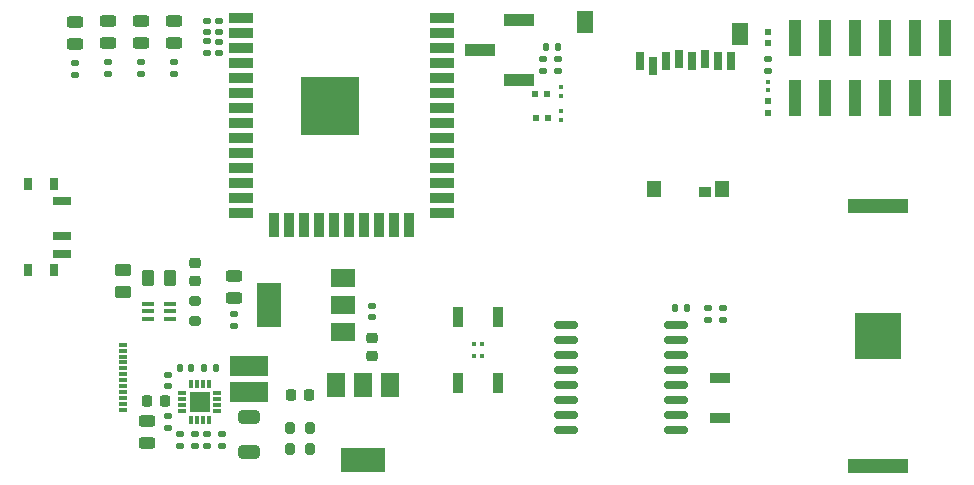
<source format=gbr>
%TF.GenerationSoftware,KiCad,Pcbnew,(6.0.2-0)*%
%TF.CreationDate,2022-09-10T16:34:37-06:00*%
%TF.ProjectId,Sensor Data Logger,53656e73-6f72-4204-9461-7461204c6f67,rev?*%
%TF.SameCoordinates,Original*%
%TF.FileFunction,Paste,Top*%
%TF.FilePolarity,Positive*%
%FSLAX46Y46*%
G04 Gerber Fmt 4.6, Leading zero omitted, Abs format (unit mm)*
G04 Created by KiCad (PCBNEW (6.0.2-0)) date 2022-09-10 16:34:37*
%MOMM*%
%LPD*%
G01*
G04 APERTURE LIST*
G04 Aperture macros list*
%AMRoundRect*
0 Rectangle with rounded corners*
0 $1 Rounding radius*
0 $2 $3 $4 $5 $6 $7 $8 $9 X,Y pos of 4 corners*
0 Add a 4 corners polygon primitive as box body*
4,1,4,$2,$3,$4,$5,$6,$7,$8,$9,$2,$3,0*
0 Add four circle primitives for the rounded corners*
1,1,$1+$1,$2,$3*
1,1,$1+$1,$4,$5*
1,1,$1+$1,$6,$7*
1,1,$1+$1,$8,$9*
0 Add four rect primitives between the rounded corners*
20,1,$1+$1,$2,$3,$4,$5,0*
20,1,$1+$1,$4,$5,$6,$7,0*
20,1,$1+$1,$6,$7,$8,$9,0*
20,1,$1+$1,$8,$9,$2,$3,0*%
G04 Aperture macros list end*
%ADD10RoundRect,0.200000X0.275000X-0.200000X0.275000X0.200000X-0.275000X0.200000X-0.275000X-0.200000X0*%
%ADD11R,0.500000X0.600000*%
%ADD12RoundRect,0.225000X0.250000X-0.225000X0.250000X0.225000X-0.250000X0.225000X-0.250000X-0.225000X0*%
%ADD13RoundRect,0.135000X0.185000X-0.135000X0.185000X0.135000X-0.185000X0.135000X-0.185000X-0.135000X0*%
%ADD14R,2.000000X1.500000*%
%ADD15R,2.000000X3.800000*%
%ADD16RoundRect,0.079500X-0.100500X0.079500X-0.100500X-0.079500X0.100500X-0.079500X0.100500X0.079500X0*%
%ADD17R,0.600000X0.500000*%
%ADD18RoundRect,0.079500X0.079500X0.100500X-0.079500X0.100500X-0.079500X-0.100500X0.079500X-0.100500X0*%
%ADD19R,0.800000X1.000000*%
%ADD20R,1.500000X0.700000*%
%ADD21RoundRect,0.243750X-0.456250X0.243750X-0.456250X-0.243750X0.456250X-0.243750X0.456250X0.243750X0*%
%ADD22R,1.000000X3.150000*%
%ADD23R,0.900000X1.700000*%
%ADD24RoundRect,0.135000X-0.185000X0.135000X-0.185000X-0.135000X0.185000X-0.135000X0.185000X0.135000X0*%
%ADD25RoundRect,0.140000X-0.170000X0.140000X-0.170000X-0.140000X0.170000X-0.140000X0.170000X0.140000X0*%
%ADD26R,0.700000X0.350000*%
%ADD27RoundRect,0.140000X0.140000X0.170000X-0.140000X0.170000X-0.140000X-0.170000X0.140000X-0.170000X0*%
%ADD28RoundRect,0.140000X0.170000X-0.140000X0.170000X0.140000X-0.170000X0.140000X-0.170000X-0.140000X0*%
%ADD29R,1.300000X1.400000*%
%ADD30R,1.000000X0.950000*%
%ADD31R,1.400000X1.900000*%
%ADD32R,0.800000X1.500000*%
%ADD33RoundRect,0.135000X-0.135000X-0.185000X0.135000X-0.185000X0.135000X0.185000X-0.135000X0.185000X0*%
%ADD34R,5.080000X1.270000*%
%ADD35R,3.960000X3.960000*%
%ADD36RoundRect,0.225000X-0.225000X-0.250000X0.225000X-0.250000X0.225000X0.250000X-0.225000X0.250000X0*%
%ADD37R,1.700000X0.900000*%
%ADD38R,2.000000X0.900000*%
%ADD39R,0.900000X2.000000*%
%ADD40R,5.000000X5.000000*%
%ADD41R,1.050000X0.400000*%
%ADD42RoundRect,0.079500X-0.079500X-0.100500X0.079500X-0.100500X0.079500X0.100500X-0.079500X0.100500X0*%
%ADD43RoundRect,0.250000X-0.262500X-0.450000X0.262500X-0.450000X0.262500X0.450000X-0.262500X0.450000X0*%
%ADD44R,1.500000X2.000000*%
%ADD45R,3.800000X2.000000*%
%ADD46RoundRect,0.243750X0.456250X-0.243750X0.456250X0.243750X-0.456250X0.243750X-0.456250X-0.243750X0*%
%ADD47RoundRect,0.200000X-0.200000X-0.275000X0.200000X-0.275000X0.200000X0.275000X-0.200000X0.275000X0*%
%ADD48R,0.800000X0.300000*%
%ADD49R,0.300000X0.800000*%
%ADD50R,1.760000X1.760000*%
%ADD51RoundRect,0.250000X0.450000X-0.262500X0.450000X0.262500X-0.450000X0.262500X-0.450000X-0.262500X0*%
%ADD52RoundRect,0.250000X-0.650000X0.325000X-0.650000X-0.325000X0.650000X-0.325000X0.650000X0.325000X0*%
%ADD53R,2.510000X1.000000*%
%ADD54RoundRect,0.218750X0.218750X0.256250X-0.218750X0.256250X-0.218750X-0.256250X0.218750X-0.256250X0*%
%ADD55R,3.200000X1.750000*%
%ADD56RoundRect,0.150000X-0.875000X-0.150000X0.875000X-0.150000X0.875000X0.150000X-0.875000X0.150000X0*%
%ADD57RoundRect,0.140000X-0.140000X-0.170000X0.140000X-0.170000X0.140000X0.170000X-0.140000X0.170000X0*%
G04 APERTURE END LIST*
D10*
%TO.C,R18*%
X134620000Y-83375000D03*
X134620000Y-81725000D03*
%TD*%
D11*
%TO.C,D3*%
X183134000Y-65778000D03*
X183134000Y-64778000D03*
%TD*%
D12*
%TO.C,C16*%
X134620000Y-80023000D03*
X134620000Y-78473000D03*
%TD*%
D13*
%TO.C,R1*%
X137922000Y-83820000D03*
X137922000Y-82800000D03*
%TD*%
D14*
%TO.C,U1*%
X147168000Y-84342000D03*
D15*
X140868000Y-82042000D03*
D14*
X147168000Y-82042000D03*
X147168000Y-79742000D03*
%TD*%
D16*
%TO.C,R6*%
X183134000Y-63155000D03*
X183134000Y-63845000D03*
%TD*%
D17*
%TO.C,D5*%
X163522000Y-66228000D03*
X164522000Y-66228000D03*
%TD*%
D18*
%TO.C,C6*%
X158919000Y-85344000D03*
X158229000Y-85344000D03*
%TD*%
D19*
%TO.C,SW4*%
X120490000Y-79088000D03*
X122700000Y-71788000D03*
X122700000Y-79088000D03*
X120490000Y-71788000D03*
D20*
X123350000Y-73188000D03*
X123350000Y-76188000D03*
X123350000Y-77688000D03*
%TD*%
D21*
%TO.C,D10*%
X130048000Y-57990500D03*
X130048000Y-59865500D03*
%TD*%
D13*
%TO.C,R21*%
X127254000Y-62486000D03*
X127254000Y-61466000D03*
%TD*%
%TO.C,R11*%
X132330000Y-92458000D03*
X132330000Y-91438000D03*
%TD*%
D22*
%TO.C,J1*%
X185420000Y-64486000D03*
X185420000Y-59436000D03*
X187960000Y-64486000D03*
X187960000Y-59436000D03*
X190500000Y-64486000D03*
X190500000Y-59436000D03*
X193040000Y-64486000D03*
X193040000Y-59436000D03*
X195580000Y-64486000D03*
X195580000Y-59436000D03*
X198120000Y-64486000D03*
X198120000Y-59436000D03*
%TD*%
D23*
%TO.C,SW2*%
X156929000Y-88591000D03*
X160329000Y-88591000D03*
%TD*%
D11*
%TO.C,D4*%
X183134000Y-59874000D03*
X183134000Y-58874000D03*
%TD*%
D24*
%TO.C,R12*%
X133346000Y-92964000D03*
X133346000Y-93984000D03*
%TD*%
D25*
%TO.C,C9*%
X164084000Y-61214000D03*
X164084000Y-62174000D03*
%TD*%
D13*
%TO.C,R4*%
X179324000Y-83314000D03*
X179324000Y-82294000D03*
%TD*%
D24*
%TO.C,R13*%
X135681500Y-92962000D03*
X135681500Y-93982000D03*
%TD*%
D26*
%TO.C,J6*%
X128512000Y-85388000D03*
X128512000Y-85888000D03*
X128512000Y-86388000D03*
X128512000Y-86888000D03*
X128512000Y-87388000D03*
X128512000Y-87888000D03*
X128512000Y-88388000D03*
X128512000Y-88888000D03*
X128512000Y-89388000D03*
X128512000Y-89888000D03*
X128512000Y-90388000D03*
X128512000Y-90888000D03*
%TD*%
D27*
%TO.C,C8*%
X176276000Y-82296000D03*
X175316000Y-82296000D03*
%TD*%
D28*
%TO.C,C5*%
X135636000Y-58900000D03*
X135636000Y-57940000D03*
%TD*%
D16*
%TO.C,R7*%
X165608000Y-66319000D03*
X165608000Y-65629000D03*
%TD*%
D13*
%TO.C,R23*%
X132842000Y-62486000D03*
X132842000Y-61466000D03*
%TD*%
D29*
%TO.C,J5*%
X179219000Y-72223000D03*
D30*
X177829000Y-72449000D03*
D29*
X173519000Y-72223000D03*
D31*
X180819000Y-59074000D03*
X167669000Y-58074000D03*
D32*
X172329000Y-61363000D03*
X173429000Y-61763000D03*
X174529000Y-61363000D03*
X175629000Y-61163000D03*
X176729000Y-61363000D03*
X177829000Y-61163000D03*
X178929000Y-61363000D03*
X180029000Y-61363000D03*
%TD*%
D33*
%TO.C,R8*%
X164336000Y-60198000D03*
X165356000Y-60198000D03*
%TD*%
D24*
%TO.C,R15*%
X136902000Y-92962000D03*
X136902000Y-93982000D03*
%TD*%
D34*
%TO.C,BT1*%
X192456000Y-73677500D03*
X192456000Y-95647500D03*
D35*
X192456000Y-84662500D03*
%TD*%
D36*
%TO.C,C11*%
X130539000Y-90170000D03*
X132089000Y-90170000D03*
%TD*%
D37*
%TO.C,SW3*%
X179070000Y-91616000D03*
X179070000Y-88216000D03*
%TD*%
D38*
%TO.C,U2*%
X138566000Y-57701000D03*
X138566000Y-58971000D03*
X138566000Y-60241000D03*
X138566000Y-61511000D03*
X138566000Y-62781000D03*
X138566000Y-64051000D03*
X138566000Y-65321000D03*
X138566000Y-66591000D03*
X138566000Y-67861000D03*
X138566000Y-69131000D03*
X138566000Y-70401000D03*
X138566000Y-71671000D03*
X138566000Y-72941000D03*
X138566000Y-74211000D03*
D39*
X141351000Y-75211000D03*
X142621000Y-75211000D03*
X143891000Y-75211000D03*
X145161000Y-75211000D03*
X146431000Y-75211000D03*
X147701000Y-75211000D03*
X148971000Y-75211000D03*
X150241000Y-75211000D03*
X151511000Y-75211000D03*
X152781000Y-75211000D03*
D38*
X155566000Y-74211000D03*
X155566000Y-72941000D03*
X155566000Y-71671000D03*
X155566000Y-70401000D03*
X155566000Y-69131000D03*
X155566000Y-67861000D03*
X155566000Y-66591000D03*
X155566000Y-65321000D03*
X155566000Y-64051000D03*
X155566000Y-62781000D03*
X155566000Y-61511000D03*
X155566000Y-60241000D03*
X155566000Y-58971000D03*
X155566000Y-57701000D03*
D40*
X146066000Y-65201000D03*
%TD*%
D25*
%TO.C,C2*%
X149606000Y-82070000D03*
X149606000Y-83030000D03*
%TD*%
D13*
%TO.C,R3*%
X124460000Y-62566500D03*
X124460000Y-61546500D03*
%TD*%
D41*
%TO.C,Q2*%
X130622000Y-81900000D03*
X130622000Y-82550000D03*
X130622000Y-83200000D03*
X132522000Y-83200000D03*
X132522000Y-82550000D03*
X132522000Y-81900000D03*
%TD*%
D28*
%TO.C,C4*%
X136652000Y-58900000D03*
X136652000Y-57940000D03*
%TD*%
D42*
%TO.C,C7*%
X158932000Y-86305000D03*
X158242000Y-86305000D03*
%TD*%
D17*
%TO.C,D6*%
X163447000Y-64196000D03*
X164447000Y-64196000D03*
%TD*%
D43*
%TO.C,R20*%
X130659500Y-79756000D03*
X132484500Y-79756000D03*
%TD*%
D21*
%TO.C,D9*%
X127254000Y-57990500D03*
X127254000Y-59865500D03*
%TD*%
D44*
%TO.C,Q1*%
X151153750Y-88812000D03*
X148853750Y-88812000D03*
D45*
X148853750Y-95112000D03*
D44*
X146553750Y-88812000D03*
%TD*%
D46*
%TO.C,D7*%
X130552000Y-93726000D03*
X130552000Y-91851000D03*
%TD*%
D47*
%TO.C,R16*%
X142698750Y-92470000D03*
X144348750Y-92470000D03*
%TD*%
D48*
%TO.C,IC1*%
X133540000Y-89483000D03*
X133540000Y-89983000D03*
X133540000Y-90483000D03*
X133540000Y-90983000D03*
D49*
X134290000Y-91733000D03*
X134790000Y-91733000D03*
X135290000Y-91733000D03*
X135790000Y-91733000D03*
D48*
X136540000Y-90983000D03*
X136540000Y-90483000D03*
X136540000Y-89983000D03*
X136540000Y-89483000D03*
D49*
X135790000Y-88733000D03*
X135290000Y-88733000D03*
X134790000Y-88733000D03*
X134290000Y-88733000D03*
D50*
X135040000Y-90233000D03*
%TD*%
D21*
%TO.C,D2*%
X124460000Y-58069000D03*
X124460000Y-59944000D03*
%TD*%
D51*
%TO.C,R19*%
X128524000Y-80922500D03*
X128524000Y-79097500D03*
%TD*%
D21*
%TO.C,D11*%
X132842000Y-57990500D03*
X132842000Y-59865500D03*
%TD*%
D25*
%TO.C,C10*%
X165354000Y-61214000D03*
X165354000Y-62174000D03*
%TD*%
D13*
%TO.C,R22*%
X130048000Y-62486000D03*
X130048000Y-61466000D03*
%TD*%
D52*
%TO.C,C15*%
X139188000Y-91540000D03*
X139188000Y-94490000D03*
%TD*%
D23*
%TO.C,SW1*%
X160274000Y-83058000D03*
X156874000Y-83058000D03*
%TD*%
D13*
%TO.C,R10*%
X183134000Y-62232000D03*
X183134000Y-61212000D03*
%TD*%
D24*
%TO.C,R14*%
X134616000Y-92962000D03*
X134616000Y-93982000D03*
%TD*%
%TO.C,R5*%
X178054000Y-82294000D03*
X178054000Y-83314000D03*
%TD*%
D53*
%TO.C,J4*%
X162060000Y-62992000D03*
X158750000Y-60452000D03*
X162060000Y-57912000D03*
%TD*%
D54*
%TO.C,D8*%
X144311250Y-89662000D03*
X142736250Y-89662000D03*
%TD*%
D27*
%TO.C,C13*%
X134334000Y-87376000D03*
X133374000Y-87376000D03*
%TD*%
D55*
%TO.C,L1*%
X139188000Y-87210000D03*
X139188000Y-89410000D03*
%TD*%
D21*
%TO.C,D1*%
X137922000Y-79580500D03*
X137922000Y-81455500D03*
%TD*%
D47*
%TO.C,R17*%
X142698750Y-94234000D03*
X144348750Y-94234000D03*
%TD*%
D56*
%TO.C,U3*%
X166038000Y-83693000D03*
X166038000Y-84963000D03*
X166038000Y-86233000D03*
X166038000Y-87503000D03*
X166038000Y-88773000D03*
X166038000Y-90043000D03*
X166038000Y-91313000D03*
X166038000Y-92583000D03*
X175338000Y-92583000D03*
X175338000Y-91313000D03*
X175338000Y-90043000D03*
X175338000Y-88773000D03*
X175338000Y-87503000D03*
X175338000Y-86233000D03*
X175338000Y-84963000D03*
X175338000Y-83693000D03*
%TD*%
D25*
%TO.C,C3*%
X136652000Y-59746000D03*
X136652000Y-60706000D03*
%TD*%
D12*
%TO.C,C1*%
X149606000Y-86373000D03*
X149606000Y-84823000D03*
%TD*%
D25*
%TO.C,C12*%
X132330000Y-87912000D03*
X132330000Y-88872000D03*
%TD*%
D57*
%TO.C,C14*%
X135434000Y-87376000D03*
X136394000Y-87376000D03*
%TD*%
D16*
%TO.C,R9*%
X165608000Y-64287000D03*
X165608000Y-63597000D03*
%TD*%
D13*
%TO.C,R2*%
X135636000Y-60708000D03*
X135636000Y-59688000D03*
%TD*%
M02*

</source>
